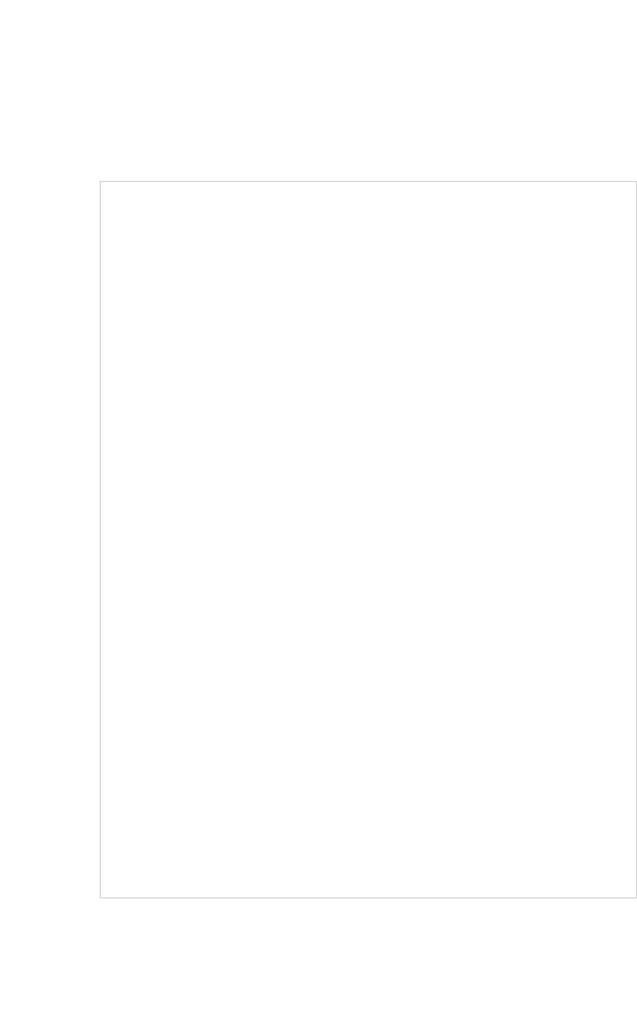
<source format=kicad_pcb>
(kicad_pcb (version 20171130) (host pcbnew 5.1.10)

  (general
    (thickness 1.6)
    (drawings 21)
    (tracks 0)
    (zones 0)
    (modules 4)
    (nets 1)
  )

  (page A4)
  (title_block
    (title "(title)")
    (comment 1 "PCB for panel")
    (comment 2 "(description)")
    (comment 4 "License CC BY 4.0 - Attribution 4.0 International")
  )

  (layers
    (0 F.Cu signal)
    (31 B.Cu signal)
    (32 B.Adhes user)
    (33 F.Adhes user)
    (34 B.Paste user)
    (35 F.Paste user)
    (36 B.SilkS user)
    (37 F.SilkS user)
    (38 B.Mask user)
    (39 F.Mask user)
    (40 Dwgs.User user)
    (41 Cmts.User user)
    (42 Eco1.User user)
    (43 Eco2.User user)
    (44 Edge.Cuts user)
    (45 Margin user)
    (46 B.CrtYd user)
    (47 F.CrtYd user)
    (48 B.Fab user)
    (49 F.Fab user)
  )

  (setup
    (last_trace_width 0.25)
    (user_trace_width 0.381)
    (user_trace_width 0.762)
    (trace_clearance 0.2)
    (zone_clearance 0.508)
    (zone_45_only no)
    (trace_min 0.2)
    (via_size 0.8)
    (via_drill 0.4)
    (via_min_size 0.4)
    (via_min_drill 0.3)
    (uvia_size 0.3)
    (uvia_drill 0.1)
    (uvias_allowed no)
    (uvia_min_size 0.2)
    (uvia_min_drill 0.1)
    (edge_width 0.05)
    (segment_width 0.2)
    (pcb_text_width 0.3)
    (pcb_text_size 1.5 1.5)
    (mod_edge_width 0.12)
    (mod_text_size 1 1)
    (mod_text_width 0.15)
    (pad_size 1.524 1.524)
    (pad_drill 0.762)
    (pad_to_mask_clearance 0)
    (aux_axis_origin 0 0)
    (visible_elements FFFFFF7F)
    (pcbplotparams
      (layerselection 0x010fc_ffffffff)
      (usegerberextensions false)
      (usegerberattributes true)
      (usegerberadvancedattributes true)
      (creategerberjobfile true)
      (excludeedgelayer true)
      (linewidth 0.100000)
      (plotframeref false)
      (viasonmask false)
      (mode 1)
      (useauxorigin false)
      (hpglpennumber 1)
      (hpglpenspeed 20)
      (hpglpendiameter 15.000000)
      (psnegative false)
      (psa4output false)
      (plotreference true)
      (plotvalue true)
      (plotinvisibletext false)
      (padsonsilk false)
      (subtractmaskfromsilk false)
      (outputformat 1)
      (mirror false)
      (drillshape 1)
      (scaleselection 1)
      (outputdirectory ""))
  )

  (net 0 "")

  (net_class Default "This is the default net class."
    (clearance 0.2)
    (trace_width 0.25)
    (via_dia 0.8)
    (via_drill 0.4)
    (uvia_dia 0.3)
    (uvia_drill 0.1)
  )

  (module MountingHole:MountingHole_2.2mm_M2 locked (layer F.Cu) (tedit 56D1B4CB) (tstamp 60979B0E)
    (at 129.16 156.44)
    (descr "Mounting Hole 2.2mm, no annular, M2")
    (tags "mounting hole 2.2mm no annular m2")
    (path /6098DED0)
    (attr virtual)
    (fp_text reference H4 (at 0 -3.2) (layer F.SilkS) hide
      (effects (font (size 1 1) (thickness 0.15)))
    )
    (fp_text value MountingHole (at 0 3.2) (layer F.Fab) hide
      (effects (font (size 1 1) (thickness 0.15)))
    )
    (fp_circle (center 0 0) (end 2.45 0) (layer F.CrtYd) (width 0.05))
    (fp_circle (center 0 0) (end 2.2 0) (layer Cmts.User) (width 0.15))
    (fp_text user %R (at 0.3 0) (layer F.Fab) hide
      (effects (font (size 1 1) (thickness 0.15)))
    )
    (pad 1 np_thru_hole circle (at 0 0) (size 2.2 2.2) (drill 2.2) (layers *.Cu *.Mask))
  )

  (module MountingHole:MountingHole_2.2mm_M2 locked (layer F.Cu) (tedit 56D1B4CB) (tstamp 60979B06)
    (at 53.34 156.44)
    (descr "Mounting Hole 2.2mm, no annular, M2")
    (tags "mounting hole 2.2mm no annular m2")
    (path /6098DECA)
    (attr virtual)
    (fp_text reference H3 (at 0 -3.2) (layer F.SilkS) hide
      (effects (font (size 1 1) (thickness 0.15)))
    )
    (fp_text value MountingHole (at 0 3.2) (layer F.Fab) hide
      (effects (font (size 1 1) (thickness 0.15)))
    )
    (fp_circle (center 0 0) (end 2.45 0) (layer F.CrtYd) (width 0.05))
    (fp_circle (center 0 0) (end 2.2 0) (layer Cmts.User) (width 0.15))
    (fp_text user %R (at 0.3 0) (layer F.Fab) hide
      (effects (font (size 1 1) (thickness 0.15)))
    )
    (pad 1 np_thru_hole circle (at 0 0) (size 2.2 2.2) (drill 2.2) (layers *.Cu *.Mask))
  )

  (module MountingHole:MountingHole_2.2mm_M2 locked (layer F.Cu) (tedit 56D1B4CB) (tstamp 60979AFE)
    (at 129.16 53.34)
    (descr "Mounting Hole 2.2mm, no annular, M2")
    (tags "mounting hole 2.2mm no annular m2")
    (path /6097A580)
    (attr virtual)
    (fp_text reference H2 (at 0 -3.2) (layer F.SilkS) hide
      (effects (font (size 1 1) (thickness 0.15)))
    )
    (fp_text value MountingHole (at 0 3.2) (layer F.Fab) hide
      (effects (font (size 1 1) (thickness 0.15)))
    )
    (fp_circle (center 0 0) (end 2.45 0) (layer F.CrtYd) (width 0.05))
    (fp_circle (center 0 0) (end 2.2 0) (layer Cmts.User) (width 0.15))
    (fp_text user %R (at 0.3 0) (layer F.Fab) hide
      (effects (font (size 1 1) (thickness 0.15)))
    )
    (pad 1 np_thru_hole circle (at 0 0) (size 2.2 2.2) (drill 2.2) (layers *.Cu *.Mask))
  )

  (module MountingHole:MountingHole_2.2mm_M2 (layer F.Cu) (tedit 56D1B4CB) (tstamp 6097E80B)
    (at 53.34 53.34)
    (descr "Mounting Hole 2.2mm, no annular, M2")
    (tags "mounting hole 2.2mm no annular m2")
    (path /6097A217)
    (attr virtual)
    (fp_text reference H1 (at 0 -3.2) (layer F.SilkS) hide
      (effects (font (size 1 1) (thickness 0.15)))
    )
    (fp_text value MountingHole (at 0 3.2) (layer F.Fab) hide
      (effects (font (size 1 1) (thickness 0.15)))
    )
    (fp_circle (center 0 0) (end 2.45 0) (layer F.CrtYd) (width 0.05))
    (fp_circle (center 0 0) (end 2.2 0) (layer Cmts.User) (width 0.15))
    (fp_text user %R (at 0.3 0) (layer F.Fab) hide
      (effects (font (size 1 1) (thickness 0.15)))
    )
    (pad 1 np_thru_hole circle (at 0 0) (size 2.2 2.2) (drill 2.2) (layers *.Cu *.Mask))
  )

  (dimension 9.78 (width 0.15) (layer Dwgs.User)
    (gr_text "9.780 mm" (at 126.81 29.18) (layer Dwgs.User)
      (effects (font (size 1 1) (thickness 0.15)))
    )
    (feature1 (pts (xy 131.7 50.8) (xy 131.7 29.893579)))
    (feature2 (pts (xy 121.92 50.8) (xy 121.92 29.893579)))
    (crossbar (pts (xy 121.92 30.48) (xy 131.7 30.48)))
    (arrow1a (pts (xy 131.7 30.48) (xy 130.573496 31.066421)))
    (arrow1b (pts (xy 131.7 30.48) (xy 130.573496 29.893579)))
    (arrow2a (pts (xy 121.92 30.48) (xy 123.046504 31.066421)))
    (arrow2b (pts (xy 121.92 30.48) (xy 123.046504 29.893579)))
  )
  (dimension 20.32 (width 0.15) (layer Dwgs.User)
    (gr_text "20.320 mm" (at 111.76 29.18) (layer Dwgs.User)
      (effects (font (size 1 1) (thickness 0.15)))
    )
    (feature1 (pts (xy 101.6 30.48) (xy 101.6 29.893579)))
    (feature2 (pts (xy 121.92 30.48) (xy 121.92 29.893579)))
    (crossbar (pts (xy 121.92 30.48) (xy 101.6 30.48)))
    (arrow1a (pts (xy 101.6 30.48) (xy 102.726504 29.893579)))
    (arrow1b (pts (xy 101.6 30.48) (xy 102.726504 31.066421)))
    (arrow2a (pts (xy 121.92 30.48) (xy 120.793496 29.893579)))
    (arrow2b (pts (xy 121.92 30.48) (xy 120.793496 31.066421)))
  )
  (gr_line (start 121.92 30.48) (end 121.92 167.64) (layer Dwgs.User) (width 0.15) (tstamp 6165A61B))
  (dimension 80.9 (width 0.15) (layer Dwgs.User)
    (gr_text "80.900 mm" (at 91.25 24.1) (layer Dwgs.User) (tstamp 6165A60E)
      (effects (font (size 1 1) (thickness 0.15)))
    )
    (feature1 (pts (xy 131.7 50.8) (xy 131.7 24.813579)))
    (feature2 (pts (xy 50.8 50.8) (xy 50.8 24.813579)))
    (crossbar (pts (xy 50.8 25.4) (xy 131.7 25.4)))
    (arrow1a (pts (xy 131.7 25.4) (xy 130.573496 25.986421)))
    (arrow1b (pts (xy 131.7 25.4) (xy 130.573496 24.813579)))
    (arrow2a (pts (xy 50.8 25.4) (xy 51.926504 25.986421)))
    (arrow2b (pts (xy 50.8 25.4) (xy 51.926504 24.813579)))
  )
  (dimension 10.16 (width 0.15) (layer Dwgs.User)
    (gr_text "10.160 mm" (at 55.88 29.18) (layer Dwgs.User)
      (effects (font (size 1 1) (thickness 0.15)))
    )
    (feature1 (pts (xy 60.96 50.8) (xy 60.96 29.893579)))
    (feature2 (pts (xy 50.8 50.8) (xy 50.8 29.893579)))
    (crossbar (pts (xy 50.8 30.48) (xy 60.96 30.48)))
    (arrow1a (pts (xy 60.96 30.48) (xy 59.833496 31.066421)))
    (arrow1b (pts (xy 60.96 30.48) (xy 59.833496 29.893579)))
    (arrow2a (pts (xy 50.8 30.48) (xy 51.926504 31.066421)))
    (arrow2b (pts (xy 50.8 30.48) (xy 51.926504 29.893579)))
  )
  (dimension 20.32 (width 0.15) (layer Dwgs.User)
    (gr_text "20.320 mm" (at 91.44 29.18) (layer Dwgs.User) (tstamp 6165A614)
      (effects (font (size 1 1) (thickness 0.15)))
    )
    (feature1 (pts (xy 101.6 40.64) (xy 101.6 29.893579)))
    (feature2 (pts (xy 81.28 40.64) (xy 81.28 29.893579)))
    (crossbar (pts (xy 81.28 30.48) (xy 101.6 30.48)))
    (arrow1a (pts (xy 101.6 30.48) (xy 100.473496 31.066421)))
    (arrow1b (pts (xy 101.6 30.48) (xy 100.473496 29.893579)))
    (arrow2a (pts (xy 81.28 30.48) (xy 82.406504 31.066421)))
    (arrow2b (pts (xy 81.28 30.48) (xy 82.406504 29.893579)))
  )
  (dimension 20.32 (width 0.15) (layer Dwgs.User)
    (gr_text "20.320 mm" (at 71.12 29.18) (layer Dwgs.User)
      (effects (font (size 1 1) (thickness 0.15)))
    )
    (feature1 (pts (xy 81.28 40.64) (xy 81.28 29.893579)))
    (feature2 (pts (xy 60.96 40.64) (xy 60.96 29.893579)))
    (crossbar (pts (xy 60.96 30.48) (xy 81.28 30.48)))
    (arrow1a (pts (xy 81.28 30.48) (xy 80.153496 31.066421)))
    (arrow1b (pts (xy 81.28 30.48) (xy 80.153496 29.893579)))
    (arrow2a (pts (xy 60.96 30.48) (xy 62.086504 31.066421)))
    (arrow2b (pts (xy 60.96 30.48) (xy 62.086504 29.893579)))
  )
  (gr_line (start 101.6 40.64) (end 101.6 177.8) (layer Dwgs.User) (width 0.15) (tstamp 60AD50B2))
  (dimension 11.66 (width 0.15) (layer Dwgs.User)
    (gr_text "11.660 mm" (at 44.42 153.15 270) (layer Dwgs.User)
      (effects (font (size 1 1) (thickness 0.15)))
    )
    (feature1 (pts (xy 50.8 158.98) (xy 45.133579 158.98)))
    (feature2 (pts (xy 50.8 147.32) (xy 45.133579 147.32)))
    (crossbar (pts (xy 45.72 147.32) (xy 45.72 158.98)))
    (arrow1a (pts (xy 45.72 158.98) (xy 45.133579 157.853496)))
    (arrow1b (pts (xy 45.72 158.98) (xy 46.306421 157.853496)))
    (arrow2a (pts (xy 45.72 147.32) (xy 45.133579 148.446504)))
    (arrow2b (pts (xy 45.72 147.32) (xy 46.306421 148.446504)))
  )
  (dimension 15.24 (width 0.15) (layer Dwgs.User)
    (gr_text "15.240 mm" (at 39.34 58.42 90) (layer Dwgs.User)
      (effects (font (size 1 1) (thickness 0.15)))
    )
    (feature1 (pts (xy 50.8 50.8) (xy 40.053579 50.8)))
    (feature2 (pts (xy 50.8 66.04) (xy 40.053579 66.04)))
    (crossbar (pts (xy 40.64 66.04) (xy 40.64 50.8)))
    (arrow1a (pts (xy 40.64 50.8) (xy 41.226421 51.926504)))
    (arrow1b (pts (xy 40.64 50.8) (xy 40.053579 51.926504)))
    (arrow2a (pts (xy 40.64 66.04) (xy 41.226421 64.913496)))
    (arrow2b (pts (xy 40.64 66.04) (xy 40.053579 64.913496)))
  )
  (gr_line (start 50.8 147.32) (end 114.3 147.32) (layer Dwgs.User) (width 0.15) (tstamp 6097E920))
  (gr_line (start 50.8 127) (end 116.84 127) (layer Dwgs.User) (width 0.15) (tstamp 6097E91D))
  (gr_line (start 50.8 106.68) (end 117.475 106.68) (layer Dwgs.User) (width 0.15) (tstamp 6097E917))
  (gr_line (start 50.8 66.04) (end 124.46 66.04) (layer Dwgs.User) (width 0.15) (tstamp 6097E905))
  (gr_line (start 50.8 86.36) (end 118.745 86.36) (layer Dwgs.User) (width 0.15))
  (gr_line (start 81.28 40.64) (end 81.28 177.8) (layer Dwgs.User) (width 0.15))
  (gr_line (start 60.96 40.64) (end 60.96 177.8) (layer Dwgs.User) (width 0.15))
  (gr_line (start 50.8 50.8) (end 50.8 158.98) (layer Edge.Cuts) (width 0.15) (tstamp 60977F7D))
  (gr_line (start 131.7 158.98) (end 50.8 158.98) (layer Edge.Cuts) (width 0.15))
  (gr_line (start 131.7 50.8) (end 131.7 158.98) (layer Edge.Cuts) (width 0.15))
  (gr_line (start 50.8 50.8) (end 131.7 50.8) (layer Edge.Cuts) (width 0.15))

)

</source>
